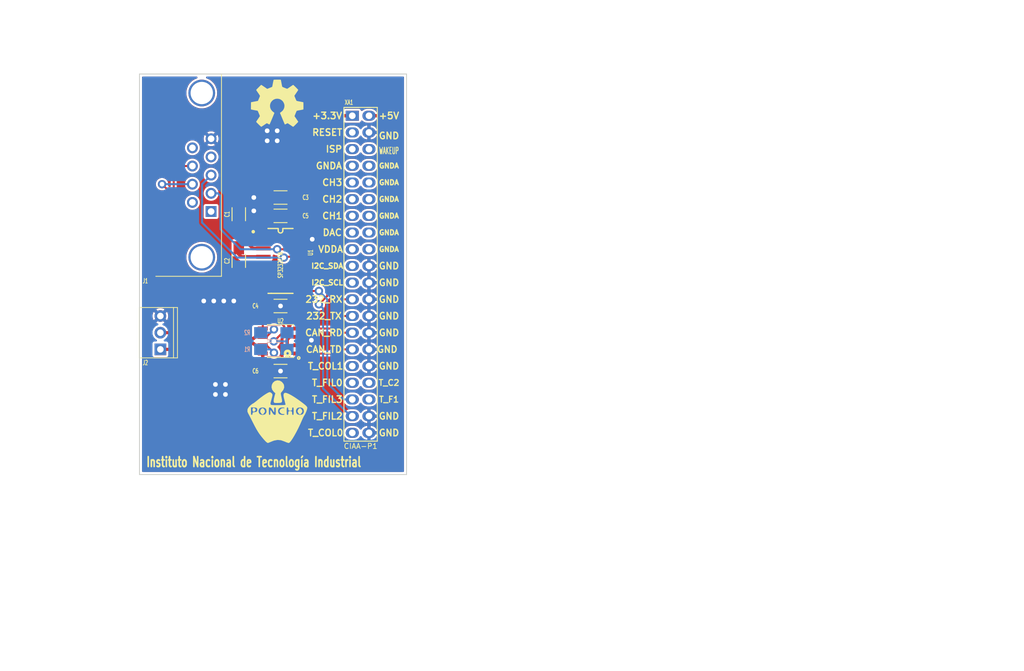
<source format=kicad_pcb>
(kicad_pcb (version 4) (host pcbnew "(2015-09-12 BZR 6188)-product")
  (title_block (title "Ejercicio 2 - Curso Kicad - Poncho RS232 y CAN") (date 2015-11-26) (rev 1.0) (company "Instituto Nacional de Tecnología Industrial") (comment 1 "Autores: D.Brengi, D. Alamon y N. Scotti    Licencia:doc/LICENCIA.txt"))
  (layers (0 F.Cu signal) (31 B.Cu signal) (34 B.Paste user) (35 F.Paste user) (36 B.SilkS user) (37 F.SilkS user) (38 B.Mask user) (39 F.Mask user) (44 Edge.Cuts user))
  (net 0 "")
  (net 1 GND)
  (net 2 +3.3V)
  (net 3 /Conector/RTS)
  (net 4 /Conector/CTS)
  (net 5 /Conector/RXD)
  (net 6 /Conector/TXD)
  (net 7 "Net-(C1-Pad1)")
  (net 8 "Net-(C1-Pad2)")
  (net 9 "Net-(C2-Pad1)")
  (net 10 "Net-(C2-Pad2)")
  (net 11 "Net-(C3-Pad2)")
  (net 12 "Net-(C4-Pad2)")
  (net 13 "Net-(J1-Pad2)")
  (net 14 "Net-(J1-Pad3)")
  (net 15 "Net-(J1-Pad7)")
  (net 16 "Net-(J1-Pad8)")
  (net 17 +5V)
  (net 18 /Conector/CAN_P)
  (net 19 /Conector/CAN_N)
  (net 20 "Net-(R1-Pad2)")
  (net 21 /Conector/CAN_RX)
  (net 22 /Conector/CAN_TX)
  (module ej2:Conn_Poncho_Derecha (layer F.Cu) (at 134.62 80.01)
    (fp_text reference XA1 (at -0.508 -2.032) (layer F.SilkS) (effects (font (size 0.7112 0.4572) (thickness 0.1143))))
    (fp_text value Conn_Poncho2P_2x_20x2 hide)
    (fp_text user GND (at 5.588 48.26) (layer F.SilkS) (effects (font (thickness 0.2))))
    (fp_text user GND (at 5.588 45.72) (layer F.SilkS) (effects (font (thickness 0.2))))
    (fp_text user T_F1 (at 5.588 43.18) (layer F.SilkS) (effects (font (size 0.9 0.9) (thickness 0.18))))
    (fp_text user T_C2 (at 5.588 40.64) (layer F.SilkS) (effects (font (size 0.9 0.9) (thickness 0.18))))
    (fp_text user GND (at 5.588 38.1) (layer F.SilkS) (effects (font (thickness 0.2))))
    (fp_text user GND (at 5.334 35.56) (layer F.SilkS) (effects (font (thickness 0.2))))
    (fp_text user GND (at 5.588 33.02) (layer F.SilkS) (effects (font (thickness 0.2))))
    (fp_text user GND (at 5.588 30.48) (layer F.SilkS) (effects (font (thickness 0.2))))
    (fp_text user GND (at 5.588 27.94) (layer F.SilkS) (effects (font (thickness 0.2))))
    (fp_text user GND (at 5.588 25.4) (layer F.SilkS) (effects (font (thickness 0.2))))
    (fp_text user GND (at 5.588 22.86) (layer F.SilkS) (effects (font (thickness 0.2))))
    (fp_text user GNDA (at 5.588 20.32) (layer F.SilkS) (effects (font (size 0.76 0.76) (thickness 0.19))))
    (fp_text user GNDA (at 5.588 17.78) (layer F.SilkS) (effects (font (size 0.76 0.76) (thickness 0.19))))
    (fp_text user GNDA (at 5.588 15.24) (layer F.SilkS) (effects (font (size 0.76 0.76) (thickness 0.19))))
    (fp_text user GNDA (at 5.588 12.7) (layer F.SilkS) (effects (font (size 0.76 0.76) (thickness 0.19))))
    (fp_text user GNDA (at 5.588 10.16) (layer F.SilkS) (effects (font (size 0.76 0.76) (thickness 0.19))))
    (fp_text user GNDA (at 5.588 7.62) (layer F.SilkS) (effects (font (size 0.76 0.76) (thickness 0.19))))
    (fp_text user WAKEUP (at 5.588 5.334) (layer F.SilkS) (effects (font (size 1 0.5) (thickness 0.125))))
    (fp_text user GND (at 5.588 3.048) (layer F.SilkS) (effects (font (thickness 0.2))))
    (fp_text user +5V (at 5.588 0) (layer F.SilkS) (effects (font (thickness 0.2))))
    (fp_text user T_COL0 (at -4.064 48.26) (layer F.SilkS) (effects (font (thickness 0.2))))
    (fp_text user T_FIL2 (at -3.81 45.72) (layer F.SilkS) (effects (font (thickness 0.2))))
    (fp_text user T_FIL3 (at -3.81 43.18) (layer F.SilkS) (effects (font (thickness 0.2))))
    (fp_text user T_FIL0 (at -3.81 40.64) (layer F.SilkS) (effects (font (thickness 0.2))))
    (fp_text user T_COL1 (at -4.064 38.1) (layer F.SilkS) (effects (font (thickness 0.2))))
    (fp_text user CAN_TD (at -4.318 35.56) (layer F.SilkS) (effects (font (thickness 0.2))))
    (fp_text user CAN_RD (at -4.318 33.02) (layer F.SilkS) (effects (font (thickness 0.2))))
    (fp_text user 232_TX (at -4.318 30.48) (layer F.SilkS) (effects (font (thickness 0.2))))
    (fp_text user 232_RX (at -4.318 27.94) (layer F.SilkS) (effects (font (thickness 0.2))))
    (fp_text user I2C_SCL (at -3.81 25.4) (layer F.SilkS) (effects (font (size 0.8 0.8) (thickness 0.2))))
    (fp_text user I2C_SDA (at -3.81 22.86) (layer F.SilkS) (effects (font (size 0.8 0.8) (thickness 0.2))))
    (fp_text user VDDA (at -3.302 20.32) (layer F.SilkS) (effects (font (thickness 0.2))))
    (fp_text user DAC (at -3.048 17.78) (layer F.SilkS) (effects (font (thickness 0.2))))
    (fp_text user CH1 (at -3.048 15.24) (layer F.SilkS) (effects (font (thickness 0.2))))
    (fp_text user CH2 (at -3.048 12.7) (layer F.SilkS) (effects (font (thickness 0.2))))
    (fp_text user CH3 (at -3.048 10.16) (layer F.SilkS) (effects (font (thickness 0.2))))
    (fp_text user GNDA (at -3.556 7.62) (layer F.SilkS) (effects (font (thickness 0.2))))
    (fp_text user ISP (at -2.794 5.08) (layer F.SilkS) (effects (font (thickness 0.2))))
    (fp_text user RESET (at -3.81 2.54) (layer F.SilkS) (effects (font (thickness 0.2))))
    (fp_text user CIAA-P1 (at 1.27 50.292) (layer F.SilkS) (effects (font (size 0.8 0.8) (thickness 0.12))))
    (fp_text user +3.3V (at -3.81 0) (layer F.SilkS) (effects (font (thickness 0.2))))
    (pad 1 thru_hole rect (at 0 0 270) (size 1.524 2) (drill 1.016) (layers *.Cu *.Mask) (net 2 +3.3V))
    (pad 2 thru_hole oval (at 2.54 0 270) (size 1.524 2) (drill 1.016) (layers *.Cu *.Mask) (net 17 +5V))
    (pad 11 thru_hole oval (at 0 12.7 270) (size 1.524 2) (drill 1.016) (layers *.Cu *.Mask))
    (pad 4 thru_hole oval (at 2.54 2.54 270) (size 1.524 2) (drill 1.016) (layers *.Cu *.Mask) (net 1 GND))
    (pad 13 thru_hole oval (at 0 15.24 270) (size 1.524 2) (drill 1.016) (layers *.Cu *.Mask))
    (pad 6 thru_hole oval (at 2.54 5.08 270) (size 1.524 2) (drill 1.016) (layers *.Cu *.Mask))
    (pad 15 thru_hole oval (at 0 17.78 270) (size 1.524 2) (drill 1.016) (layers *.Cu *.Mask))
    (pad 8 thru_hole oval (at 2.54 7.62 270) (size 1.524 2) (drill 1.016) (layers *.Cu *.Mask))
    (pad 17 thru_hole oval (at 0 20.32 270) (size 1.524 2) (drill 1.016) (layers *.Cu *.Mask))
    (pad 10 thru_hole oval (at 2.54 10.16 270) (size 1.524 2) (drill 1.016) (layers *.Cu *.Mask))
    (pad 19 thru_hole oval (at 0 22.86 270) (size 1.524 2) (drill 1.016) (layers *.Cu *.Mask))
    (pad 12 thru_hole oval (at 2.54 12.7 270) (size 1.524 2) (drill 1.016) (layers *.Cu *.Mask))
    (pad 21 thru_hole oval (at 0 25.4 270) (size 1.524 2) (drill 1.016) (layers *.Cu *.Mask))
    (pad 14 thru_hole oval (at 2.54 15.24 270) (size 1.524 2) (drill 1.016) (layers *.Cu *.Mask))
    (pad 23 thru_hole oval (at 0 27.94 270) (size 1.524 2) (drill 1.016) (layers *.Cu *.Mask) (net 6 /Conector/TXD))
    (pad 16 thru_hole oval (at 2.54 17.78 270) (size 1.524 2) (drill 1.016) (layers *.Cu *.Mask))
    (pad 25 thru_hole oval (at 0 30.48 270) (size 1.524 2) (drill 1.016) (layers *.Cu *.Mask) (net 5 /Conector/RXD))
    (pad 18 thru_hole oval (at 2.54 20.32 270) (size 1.524 2) (drill 1.016) (layers *.Cu *.Mask))
    (pad 27 thru_hole oval (at 0 33.02 270) (size 1.524 2) (drill 1.016) (layers *.Cu *.Mask) (net 21 /Conector/CAN_RX))
    (pad 20 thru_hole oval (at 2.54 22.86 270) (size 1.524 2) (drill 1.016) (layers *.Cu *.Mask) (net 1 GND))
    (pad 29 thru_hole oval (at 0 35.56 270) (size 1.524 2) (drill 1.016) (layers *.Cu *.Mask) (net 22 /Conector/CAN_TX))
    (pad 22 thru_hole oval (at 2.54 25.4 270) (size 1.524 2) (drill 1.016) (layers *.Cu *.Mask) (net 1 GND))
    (pad 31 thru_hole oval (at 0 38.1 270) (size 1.524 2) (drill 1.016) (layers *.Cu *.Mask))
    (pad 24 thru_hole oval (at 2.54 27.94 270) (size 1.524 2) (drill 1.016) (layers *.Cu *.Mask) (net 1 GND))
    (pad 26 thru_hole oval (at 2.54 30.48 270) (size 1.524 2) (drill 1.016) (layers *.Cu *.Mask) (net 1 GND))
    (pad 33 thru_hole oval (at 0 40.64 270) (size 1.524 2) (drill 1.016) (layers *.Cu *.Mask))
    (pad 28 thru_hole oval (at 2.54 33.02 270) (size 1.524 2) (drill 1.016) (layers *.Cu *.Mask) (net 1 GND))
    (pad 32 thru_hole oval (at 2.54 38.1 270) (size 1.524 2) (drill 1.016) (layers *.Cu *.Mask) (net 1 GND))
    (pad 34 thru_hole oval (at 2.54 40.64 270) (size 1.524 2) (drill 1.016) (layers *.Cu *.Mask))
    (pad 36 thru_hole oval (at 2.54 43.18 270) (size 1.524 2) (drill 1.016) (layers *.Cu *.Mask))
    (pad 38 thru_hole oval (at 2.54 45.72 270) (size 1.524 2) (drill 1.016) (layers *.Cu *.Mask) (net 1 GND))
    (pad 35 thru_hole oval (at 0 43.18 270) (size 1.524 2) (drill 1.016) (layers *.Cu *.Mask) (net 3 /Conector/RTS))
    (pad 37 thru_hole oval (at 0 45.72 270) (size 1.524 2) (drill 1.016) (layers *.Cu *.Mask) (net 4 /Conector/CTS))
    (pad 3 thru_hole oval (at 0 2.54 270) (size 1.524 2) (drill 1.016) (layers *.Cu *.Mask))
    (pad 5 thru_hole oval (at 0 5.08 270) (size 1.524 2) (drill 1.016) (layers *.Cu *.Mask))
    (pad 7 thru_hole oval (at 0 7.62 270) (size 1.524 2) (drill 1.016) (layers *.Cu *.Mask))
    (pad 9 thru_hole oval (at 0 10.16 270) (size 1.524 2) (drill 1.016) (layers *.Cu *.Mask))
    (pad 39 thru_hole oval (at 0 48.26 270) (size 1.524 2) (drill 1.016) (layers *.Cu *.Mask))
    (pad 40 thru_hole oval (at 2.54 48.26 270) (size 1.524 2) (drill 1.016) (layers *.Cu *.Mask) (net 1 GND))
    (pad 30 thru_hole oval (at 2.54 35.56 270) (size 1.524 2) (drill 1.016) (layers *.Cu *.Mask) (net 1 GND))
  )
  (module ej2:SP3232ECN-SOIC16N (layer F.Cu) (at 123.698 102.108 270)
    (fp_text reference U1 (at -1.27 -4.572 450) (layer F.SilkS) (effects (font (size 0.7112 0.4572) (thickness 0.1143))))
    (fp_text value SP3232ECN (at 0.635 0 270) (layer F.SilkS) (effects (font (size 0.7112 0.4572) (thickness 0.1143))))
    (pad 1 smd rect (at -4.445 2.59842 270) (size 0.59944 2.19964) (layers F.Cu F.Paste F.Mask) (net 7 "Net-(C1-Pad1)"))
    (pad 2 smd rect (at -3.175 2.59842 270) (size 0.59944 2.19964) (layers F.Cu F.Paste F.Mask) (net 11 "Net-(C3-Pad2)"))
    (pad 3 smd rect (at -1.905 2.59842 270) (size 0.59944 2.19964) (layers F.Cu F.Paste F.Mask) (net 8 "Net-(C1-Pad2)"))
    (pad 4 smd rect (at -0.635 2.59842 270) (size 0.59944 2.19964) (layers F.Cu F.Paste F.Mask) (net 9 "Net-(C2-Pad1)"))
    (pad 5 smd rect (at 0.635 2.59842 270) (size 0.59944 2.19964) (layers F.Cu F.Paste F.Mask) (net 10 "Net-(C2-Pad2)"))
    (pad 6 smd rect (at 1.905 2.59842 270) (size 0.59944 2.19964) (layers F.Cu F.Paste F.Mask) (net 12 "Net-(C4-Pad2)"))
    (pad 7 smd rect (at 3.175 2.59842 270) (size 0.59944 2.19964) (layers F.Cu F.Paste F.Mask) (net 16 "Net-(J1-Pad8)"))
    (pad 8 smd rect (at 4.445 2.59842 270) (size 0.59944 2.19964) (layers F.Cu F.Paste F.Mask) (net 15 "Net-(J1-Pad7)"))
    (pad 9 smd rect (at 4.445 -2.59842 270) (size 0.59944 2.19964) (layers F.Cu F.Paste F.Mask) (net 3 /Conector/RTS))
    (pad 10 smd rect (at 3.175 -2.59842 270) (size 0.59944 2.19964) (layers F.Cu F.Paste F.Mask) (net 4 /Conector/CTS))
    (pad 11 smd rect (at 1.905 -2.59842 270) (size 0.59944 2.19964) (layers F.Cu F.Paste F.Mask) (net 5 /Conector/RXD))
    (pad 12 smd rect (at 0.635 -2.59842 270) (size 0.59944 2.19964) (layers F.Cu F.Paste F.Mask) (net 6 /Conector/TXD))
    (pad 13 smd rect (at -0.635 -2.59842 270) (size 0.59944 2.19964) (layers F.Cu F.Paste F.Mask) (net 14 "Net-(J1-Pad3)"))
    (pad 14 smd rect (at -1.905 -2.59842 270) (size 0.59944 2.19964) (layers F.Cu F.Paste F.Mask) (net 13 "Net-(J1-Pad2)"))
    (pad 15 smd rect (at -3.175 -2.59842 270) (size 0.59944 2.19964) (layers F.Cu F.Paste F.Mask) (net 1 GND))
    (pad 16 smd rect (at -4.445 -2.59842 270) (size 0.59944 2.19964) (layers F.Cu F.Paste F.Mask) (net 2 +3.3V))
  )
  (module Capacitors_SMD:C_1206_HandSoldering (layer F.Cu) (at 117.348 94.996 270)
    (fp_text reference C1 (at 0 1.778 270) (layer F.SilkS) (effects (font (size 0.7112 0.4572) (thickness 0.1143))))
    (fp_text value 100nF hide)
    (pad 1 smd rect (at -2 0 270) (size 2 1.6) (layers F.Cu F.Paste F.Mask) (net 7 "Net-(C1-Pad1)"))
    (pad 2 smd rect (at 2 0 270) (size 2 1.6) (layers F.Cu F.Paste F.Mask) (net 8 "Net-(C1-Pad2)"))
  )
  (module Capacitors_SMD:C_1206_HandSoldering (layer F.Cu) (at 117.348 102.108 270)
    (fp_text reference C2 (at 0 1.778 270) (layer F.SilkS) (effects (font (size 0.7112 0.4572) (thickness 0.1143))))
    (fp_text value 100nF hide)
    (pad 1 smd rect (at -2 0 270) (size 2 1.6) (layers F.Cu F.Paste F.Mask) (net 9 "Net-(C2-Pad1)"))
    (pad 2 smd rect (at 2 0 270) (size 2 1.6) (layers F.Cu F.Paste F.Mask) (net 10 "Net-(C2-Pad2)"))
  )
  (module Capacitors_SMD:C_1206_HandSoldering (layer F.Cu) (at 123.698 92.456)
    (fp_text reference C3 (at 3.81 0) (layer F.SilkS) (effects (font (size 0.7112 0.4572) (thickness 0.1143))))
    (fp_text value 100nF hide)
    (pad 1 smd rect (at -2 0) (size 2 1.6) (layers F.Cu F.Paste F.Mask) (net 1 GND))
    (pad 2 smd rect (at 2 0) (size 2 1.6) (layers F.Cu F.Paste F.Mask) (net 11 "Net-(C3-Pad2)"))
  )
  (module Capacitors_SMD:C_1206_HandSoldering (layer F.Cu) (at 123.698 108.966 180)
    (fp_text reference C4 (at 3.81 0 180) (layer F.SilkS) (effects (font (size 0.7112 0.4572) (thickness 0.1143))))
    (fp_text value 100nF hide)
    (pad 1 smd rect (at -2 0 180) (size 2 1.6) (layers F.Cu F.Paste F.Mask) (net 1 GND))
    (pad 2 smd rect (at 2 0 180) (size 2 1.6) (layers F.Cu F.Paste F.Mask) (net 12 "Net-(C4-Pad2)"))
  )
  (module Capacitors_SMD:C_1206_HandSoldering (layer F.Cu) (at 123.698 95.25 180)
    (fp_text reference C5 (at -3.81 0 180) (layer F.SilkS) (effects (font (size 0.7112 0.4572) (thickness 0.1143))))
    (fp_text value 100nF hide)
    (pad 1 smd rect (at -2 0 180) (size 2 1.6) (layers F.Cu F.Paste F.Mask) (net 2 +3.3V))
    (pad 2 smd rect (at 2 0 180) (size 2 1.6) (layers F.Cu F.Paste F.Mask) (net 1 GND))
  )
  (module ej2:DB9_F_TH (layer F.Cu) (at 111.71 89.0468 90)
    (fp_text reference J1 (at -16.1092 -8.586 180) (layer F.SilkS) (effects (font (size 0.7112 0.4572) (thickness 0.1143))))
    (fp_text value DB9-F hide)
    (pad 1 thru_hole rect (at -5.5372 1.4224 90) (size 1.651 1.651) (drill 1.016) (layers *.Cu *.Mask))
    (pad 2 thru_hole circle (at -2.7686 1.4224 90) (size 1.651 1.651) (drill 1.016) (layers *.Cu *.Mask) (net 13 "Net-(J1-Pad2)"))
    (pad 3 thru_hole circle (at 0 1.4224 90) (size 1.651 1.651) (drill 1.016) (layers *.Cu *.Mask) (net 14 "Net-(J1-Pad3)"))
    (pad 4 thru_hole circle (at 2.7686 1.4224 90) (size 1.651 1.651) (drill 1.016) (layers *.Cu *.Mask))
    (pad 5 thru_hole circle (at 5.5372 1.4224 90) (size 1.651 1.651) (drill 1.016) (layers *.Cu *.Mask) (net 1 GND))
    (pad 6 thru_hole circle (at -4.1529 -1.4224 90) (size 1.651 1.651) (drill 1.016) (layers *.Cu *.Mask))
    (pad 7 thru_hole circle (at -1.3843 -1.4224 90) (size 1.651 1.651) (drill 1.016) (layers *.Cu *.Mask) (net 15 "Net-(J1-Pad7)"))
    (pad 8 thru_hole circle (at 1.3843 -1.4224 90) (size 1.651 1.651) (drill 1.016) (layers *.Cu *.Mask) (net 16 "Net-(J1-Pad8)"))
    (pad 9 thru_hole circle (at 4.1529 -1.4224 90) (size 1.651 1.651) (drill 1.016) (layers *.Cu *.Mask))
    (pad 10 thru_hole circle (at -12.4968 0 90) (size 4.064 4.064) (drill 3.4) (layers *.Cu *.Mask))
    (pad 11 thru_hole circle (at 12.4968 0 90) (size 4.064 4.064) (drill 3.4) (layers *.Cu *.Mask))
  )
  (module Capacitors_SMD:C_1206_HandSoldering (layer F.Cu) (at 123.698 118.872)
    (fp_text reference C6 (at -3.81 0) (layer F.SilkS) (effects (font (size 0.7112 0.4572) (thickness 0.1143))))
    (fp_text value 100nF hide)
    (pad 1 smd rect (at -2 0) (size 2 1.6) (layers F.Cu F.Paste F.Mask) (net 1 GND))
    (pad 2 smd rect (at 2 0) (size 2 1.6) (layers F.Cu F.Paste F.Mask) (net 17 +5V))
  )
  (module ej2:CON_PALETA_3 (layer F.Cu) (at 105.41 113.03 90)
    (fp_text reference J2 (at -4.572 -2.286 180) (layer F.SilkS) (effects (font (size 0.7112 0.4572) (thickness 0.1143))))
    (fp_text value CAN hide)
    (pad 1 thru_hole rect (at -2.54 0 90) (size 1.778 1.778) (drill 1) (layers *.Cu *.Mask) (net 18 /Conector/CAN_P))
    (pad 2 thru_hole circle (at 0 0 90) (size 1.778 1.778) (drill 1) (layers *.Cu *.Mask) (net 19 /Conector/CAN_N))
    (pad 3 thru_hole circle (at 2.54 0 90) (size 1.778 1.778) (drill 1) (layers *.Cu *.Mask) (net 1 GND))
  )
  (module Resistors_SMD:R_1206_HandSoldering (layer B.Cu) (at 122.682 115.57)
    (fp_text reference R1 (at -4.064 0) (layer B.SilkS) (effects (font (size 0.7112 0.4572) (thickness 0.1143)) (justify mirror)))
    (fp_text value 60)
    (pad 1 smd rect (at -2 0) (size 2 1.7) (layers B.Cu B.Paste B.Mask) (net 18 /Conector/CAN_P))
    (pad 2 smd rect (at 2 0) (size 2 1.7) (layers B.Cu B.Paste B.Mask) (net 20 "Net-(R1-Pad2)"))
  )
  (module Resistors_SMD:R_1206_HandSoldering (layer B.Cu) (at 122.682 113.03 180)
    (fp_text reference R2 (at 4.064 0 180) (layer B.SilkS) (effects (font (size 0.7112 0.4572) (thickness 0.1143)) (justify mirror)))
    (fp_text value 60)
    (pad 1 smd rect (at -2 0 180) (size 2 1.7) (layers B.Cu B.Paste B.Mask) (net 20 "Net-(R1-Pad2)"))
    (pad 2 smd rect (at 2 0 180) (size 2 1.7) (layers B.Cu B.Paste B.Mask) (net 19 /Conector/CAN_N))
  )
  (module ej2:SOIC-8 (layer F.Cu) (at 123.698 114.3 180)
    (fp_text reference U2 (at 0 3.048 180) (layer F.SilkS) (effects (font (size 0.7112 0.4572) (thickness 0.1143))))
    (fp_text value AMIS42665TJAA1RG hide)
    (pad 1 smd rect (at -2.7 -1.905 90) (size 0.6 1.52) (layers F.Cu F.Paste F.Mask) (net 22 /Conector/CAN_TX))
    (pad 2 smd rect (at -2.7 -0.635 90) (size 0.6 1.52) (layers F.Cu F.Paste F.Mask) (net 1 GND))
    (pad 3 smd rect (at -2.7 0.635 90) (size 0.6 1.52) (layers F.Cu F.Paste F.Mask) (net 17 +5V))
    (pad 4 smd rect (at -2.7 1.905 90) (size 0.6 1.52) (layers F.Cu F.Paste F.Mask) (net 21 /Conector/CAN_RX))
    (pad 5 smd rect (at 2.7 1.905 90) (size 0.6 1.52) (layers F.Cu F.Paste F.Mask) (net 20 "Net-(R1-Pad2)"))
    (pad 6 smd rect (at 2.7 0.635 90) (size 0.6 1.52) (layers F.Cu F.Paste F.Mask) (net 19 /Conector/CAN_N))
    (pad 7 smd rect (at 2.7 -0.635 90) (size 0.6 1.52) (layers F.Cu F.Paste F.Mask) (net 18 /Conector/CAN_P))
    (pad 8 smd rect (at 2.7 -1.905 90) (size 0.6 1.52) (layers F.Cu F.Paste F.Mask) (net 1 GND))
  )
  (module ej2:Logo_OSHWA (layer F.Cu) (at 123.19 78.105)
    (fp_text reference G101 hide)
    (fp_text value Logo_OSHWA hide)
  )
  (module ej2:Logo_Poncho (layer F.Cu) (at 123.19 125.095)
    (fp_text reference G*** hide)
    (fp_text value LOGO hide)
  )
  (gr_text "Instituto Nacional de Tecnología Industrial" (at 119.634 132.715) (layer F.SilkS) (effects (font (size 1.5 1) (thickness 0.25))))
  (gr_line (start 102.235 134.62) (end 102.235 73.66) (angle 90) (layer Edge.Cuts) (width 0.15))
  (gr_line (start 142.875 134.62) (end 102.235 134.62) (angle 90) (layer Edge.Cuts) (width 0.15))
  (gr_line (start 142.875 73.66) (end 142.875 134.62) (angle 90) (layer Edge.Cuts) (width 0.15))
  (gr_line (start 102.235 73.66) (end 142.875 73.66) (angle 90) (layer Edge.Cuts) (width 0.15))
  (segment (start 123.698 118.872) (end 123.698 120.396) (width 0.3048) (layer F.Cu) (net 1))
  (segment (start 123.698 120.396) (end 123.19 120.904) (width 0.3048) (layer F.Cu) (net 1))
  (segment (start 123.19 120.904) (end 115.316 120.904) (width 0.3048) (layer F.Cu) (net 1))
  (segment (start 113.538 108.204) (end 112.014 108.204) (width 0.3048) (layer F.Cu) (net 1))
  (via (at 112.014 108.204) (size 1.27) (drill 0.7112) (layers F.Cu B.Cu) (net 1))
  (segment (start 115.062 108.204) (end 113.538 108.204) (width 0.3048) (layer B.Cu) (net 1))
  (via (at 113.538 108.204) (size 1.27) (drill 0.7112) (layers F.Cu B.Cu) (net 1))
  (segment (start 116.586 108.204) (end 115.062 108.204) (width 0.3048) (layer F.Cu) (net 1))
  (via (at 115.062 108.204) (size 1.27) (drill 0.7112) (layers F.Cu B.Cu) (net 1))
  (segment (start 123.698 108.966) (end 117.348 108.966) (width 0.3048) (layer B.Cu) (net 1))
  (segment (start 117.348 108.966) (end 116.586 108.204) (width 0.3048) (layer B.Cu) (net 1))
  (via (at 116.586 108.204) (size 1.27) (drill 0.7112) (layers F.Cu B.Cu) (net 1))
  (segment (start 113.792 122.428) (end 115.316 122.428) (width 0.3048) (layer B.Cu) (net 1))
  (via (at 115.316 122.428) (size 1.27) (drill 0.7112) (layers F.Cu B.Cu) (net 1))
  (segment (start 113.792 120.904) (end 113.792 122.428) (width 0.3048) (layer F.Cu) (net 1))
  (via (at 113.792 122.428) (size 1.27) (drill 0.7112) (layers F.Cu B.Cu) (net 1))
  (segment (start 115.316 120.904) (end 113.792 120.904) (width 0.3048) (layer B.Cu) (net 1))
  (via (at 113.792 120.904) (size 1.27) (drill 0.7112) (layers F.Cu B.Cu) (net 1))
  (via (at 115.316 120.904) (size 1.27) (drill 0.7112) (layers F.Cu B.Cu) (net 1))
  (segment (start 123.19 82.296) (end 123.19 83.82) (width 0.3048) (layer B.Cu) (net 1))
  (via (at 123.19 83.82) (size 1.27) (drill 0.7112) (layers F.Cu B.Cu) (net 1))
  (segment (start 121.666 82.296) (end 123.19 82.296) (width 0.3048) (layer F.Cu) (net 1))
  (via (at 123.19 82.296) (size 1.27) (drill 0.7112) (layers F.Cu B.Cu) (net 1))
  (segment (start 121.666 83.82) (end 121.666 82.296) (width 0.3048) (layer B.Cu) (net 1))
  (via (at 121.666 82.296) (size 1.27) (drill 0.7112) (layers F.Cu B.Cu) (net 1))
  (segment (start 119.634 92.456) (end 119.634 85.852) (width 0.3048) (layer F.Cu) (net 1))
  (segment (start 119.634 85.852) (end 121.666 83.82) (width 0.3048) (layer F.Cu) (net 1))
  (via (at 121.666 83.82) (size 1.27) (drill 0.7112) (layers F.Cu B.Cu) (net 1))
  (segment (start 127.666 114.935) (end 128.396994 114.204006) (width 0.508) (layer F.Cu) (net 1))
  (via (at 128.396994 114.173) (size 1.27) (drill 0.7112) (layers F.Cu B.Cu) (net 1))
  (segment (start 126.398 114.935) (end 127.666 114.935) (width 0.508) (layer F.Cu) (net 1))
  (segment (start 128.396994 114.204006) (end 128.396994 114.173) (width 0.508) (layer F.Cu) (net 1))
  (segment (start 121.698 92.456) (end 119.634 92.456) (width 0.508) (layer F.Cu) (net 1))
  (via (at 119.634 92.456) (size 1.27) (drill 0.7112) (layers F.Cu B.Cu) (net 1))
  (segment (start 121.698 95.25) (end 120.396 95.25) (width 0.508) (layer F.Cu) (net 1))
  (segment (start 120.396 95.25) (end 119.634 94.488) (width 0.508) (layer F.Cu) (net 1))
  (via (at 119.634 94.488) (size 1.27) (drill 0.7112) (layers F.Cu B.Cu) (net 1))
  (segment (start 121.698 118.872) (end 123.698 118.872) (width 0.508) (layer F.Cu) (net 1))
  (via (at 123.698 118.872) (size 1.27) (drill 0.7112) (layers F.Cu B.Cu) (net 1))
  (segment (start 120.998 116.205) (end 120.998 117.013) (width 0.508) (layer F.Cu) (net 1))
  (segment (start 120.998 117.013) (end 121.698 117.713) (width 0.508) (layer F.Cu) (net 1))
  (segment (start 121.698 117.713) (end 121.698 118.872) (width 0.508) (layer F.Cu) (net 1))
  (segment (start 126.29642 98.933) (end 128.397 98.933) (width 0.508) (layer F.Cu) (net 1))
  (segment (start 128.397 98.933) (end 128.524 98.806) (width 0.508) (layer F.Cu) (net 1))
  (via (at 128.524 98.806) (size 1.27) (drill 0.7112) (layers F.Cu B.Cu) (net 1))
  (segment (start 125.698 108.966) (end 123.698 108.966) (width 0.508) (layer F.Cu) (net 1))
  (via (at 123.698 108.966) (size 1.27) (drill 0.7112) (layers F.Cu B.Cu) (net 1))
  (segment (start 127.635 97.663) (end 126.29642 97.663) (width 0.508) (layer F.Cu) (net 2))
  (segment (start 128.27 95.168066) (end 128.27 97.028) (width 0.508) (layer F.Cu) (net 2))
  (segment (start 128.27 97.028) (end 127.635 97.663) (width 0.508) (layer F.Cu) (net 2))
  (segment (start 128.27 83.82) (end 128.27 95.168066) (width 0.508) (layer F.Cu) (net 2))
  (segment (start 128.188066 95.25) (end 128.27 95.168066) (width 0.508) (layer F.Cu) (net 2))
  (segment (start 125.698 95.25) (end 128.188066 95.25) (width 0.508) (layer F.Cu) (net 2))
  (segment (start 134.62 80.01) (end 132.08 80.01) (width 0.508) (layer F.Cu) (net 2))
  (segment (start 132.08 80.01) (end 128.27 83.82) (width 0.508) (layer F.Cu) (net 2))
  (via (at 129.54 106.68) (size 1.27) (drill 0.7112) (layers F.Cu B.Cu) (net 3))
  (segment (start 128.27 106.68) (end 128.143 106.553) (width 0.3048) (layer F.Cu) (net 3))
  (segment (start 128.143 106.553) (end 126.29642 106.553) (width 0.3048) (layer F.Cu) (net 3))
  (segment (start 130.81 120.6848) (end 130.81 107.95) (width 0.3048) (layer B.Cu) (net 3))
  (segment (start 130.81 107.95) (end 129.54 106.68) (width 0.3048) (layer B.Cu) (net 3))
  (segment (start 129.54 106.68) (end 128.27 106.68) (width 0.3048) (layer F.Cu) (net 3))
  (segment (start 134.62 123.19) (end 133.3152 123.19) (width 0.3048) (layer B.Cu) (net 3))
  (segment (start 133.3152 123.19) (end 130.81 120.6848) (width 0.3048) (layer B.Cu) (net 3))
  (segment (start 130.174999 109.347005) (end 129.54 108.712006) (width 0.3048) (layer B.Cu) (net 4))
  (segment (start 130.174999 121.522999) (end 130.174999 109.347005) (width 0.3048) (layer B.Cu) (net 4))
  (segment (start 134.382 125.73) (end 130.174999 121.522999) (width 0.3048) (layer B.Cu) (net 4))
  (segment (start 134.62 125.73) (end 134.382 125.73) (width 0.3048) (layer B.Cu) (net 4))
  (via (at 129.54 108.712006) (size 1.27) (drill 0.7112) (layers F.Cu B.Cu) (net 4))
  (segment (start 130.81 106.172) (end 130.81 107.442006) (width 0.3048) (layer F.Cu) (net 4))
  (segment (start 130.81 107.442006) (end 130.174999 108.077007) (width 0.3048) (layer F.Cu) (net 4))
  (segment (start 129.921 105.283) (end 130.81 106.172) (width 0.3048) (layer F.Cu) (net 4))
  (segment (start 126.29642 105.283) (end 129.921 105.283) (width 0.3048) (layer F.Cu) (net 4))
  (segment (start 130.174999 108.077007) (end 129.54 108.712006) (width 0.3048) (layer F.Cu) (net 4))
  (segment (start 126.29642 104.013) (end 130.175 104.013) (width 0.3048) (layer F.Cu) (net 5))
  (segment (start 130.175 104.013) (end 131.826 105.664) (width 0.3048) (layer F.Cu) (net 5))
  (segment (start 131.826 105.664) (end 131.826 109.474) (width 0.3048) (layer F.Cu) (net 5))
  (segment (start 131.826 109.474) (end 132.842 110.49) (width 0.3048) (layer F.Cu) (net 5))
  (segment (start 132.842 110.49) (end 134.62 110.49) (width 0.3048) (layer F.Cu) (net 5))
  (segment (start 126.29642 102.743) (end 130.683 102.743) (width 0.3048) (layer F.Cu) (net 6))
  (segment (start 130.683 102.743) (end 132.842 104.902) (width 0.3048) (layer F.Cu) (net 6))
  (segment (start 132.842 104.902) (end 132.842 107.4768) (width 0.3048) (layer F.Cu) (net 6))
  (segment (start 132.842 107.4768) (end 133.3152 107.95) (width 0.3048) (layer F.Cu) (net 6))
  (segment (start 133.3152 107.95) (end 134.62 107.95) (width 0.3048) (layer F.Cu) (net 6))
  (segment (start 117.348 92.996) (end 117.348 94.141432) (width 0.508) (layer F.Cu) (net 7))
  (segment (start 117.348 94.141432) (end 119.38 96.173432) (width 0.508) (layer F.Cu) (net 7))
  (segment (start 119.38 96.173432) (end 119.38 96.774) (width 0.508) (layer F.Cu) (net 7))
  (segment (start 120.269 97.663) (end 121.09958 97.663) (width 0.508) (layer F.Cu) (net 7))
  (segment (start 119.38 96.774) (end 120.269 97.663) (width 0.508) (layer F.Cu) (net 7))
  (segment (start 117.348 96.996) (end 118.078 96.996) (width 0.508) (layer F.Cu) (net 8))
  (segment (start 118.82119 99.53243) (end 119.49176 100.203) (width 0.508) (layer F.Cu) (net 8))
  (segment (start 118.078 96.996) (end 118.82119 97.73919) (width 0.508) (layer F.Cu) (net 8))
  (segment (start 118.82119 97.73919) (end 118.82119 99.53243) (width 0.508) (layer F.Cu) (net 8))
  (segment (start 119.49176 100.203) (end 121.09958 100.203) (width 0.508) (layer F.Cu) (net 8))
  (segment (start 121.09958 101.473) (end 117.729 101.473) (width 0.508) (layer F.Cu) (net 9))
  (segment (start 117.729 101.473) (end 117.348 101.092) (width 0.508) (layer F.Cu) (net 9))
  (segment (start 117.348 101.092) (end 117.348 100.108) (width 0.508) (layer F.Cu) (net 9))
  (segment (start 121.09958 102.743) (end 117.729 102.743) (width 0.508) (layer F.Cu) (net 10))
  (segment (start 117.729 102.743) (end 117.348 103.124) (width 0.508) (layer F.Cu) (net 10))
  (segment (start 117.348 103.124) (end 117.348 104.108) (width 0.508) (layer F.Cu) (net 10))
  (segment (start 122.7074 98.933) (end 121.09958 98.933) (width 0.508) (layer F.Cu) (net 11))
  (segment (start 124.46 92.456) (end 123.698 93.218) (width 0.508) (layer F.Cu) (net 11))
  (segment (start 123.698 97.9424) (end 122.7074 98.933) (width 0.508) (layer F.Cu) (net 11))
  (segment (start 125.698 92.456) (end 124.46 92.456) (width 0.508) (layer F.Cu) (net 11))
  (segment (start 123.698 93.218) (end 123.698 97.9424) (width 0.508) (layer F.Cu) (net 11))
  (segment (start 121.698 108.966) (end 121.698 107.918) (width 0.508) (layer F.Cu) (net 12))
  (segment (start 121.698 107.918) (end 122.047 107.569) (width 0.508) (layer F.Cu) (net 12))
  (segment (start 122.047 107.569) (end 122.809 107.569) (width 0.508) (layer F.Cu) (net 12))
  (segment (start 122.809 107.569) (end 123.19 107.188) (width 0.508) (layer F.Cu) (net 12))
  (segment (start 122.7074 104.013) (end 121.09958 104.013) (width 0.508) (layer F.Cu) (net 12))
  (segment (start 123.19 107.188) (end 123.19 104.4956) (width 0.508) (layer F.Cu) (net 12))
  (segment (start 123.19 104.4956) (end 122.7074 104.013) (width 0.508) (layer F.Cu) (net 12))
  (segment (start 123.19 100.33) (end 117.602 100.33) (width 0.3048) (layer B.Cu) (net 13))
  (segment (start 117.602 100.33) (end 114.554 97.282) (width 0.3048) (layer B.Cu) (net 13))
  (segment (start 114.554 97.282) (end 114.554 92.202) (width 0.3048) (layer B.Cu) (net 13))
  (segment (start 114.554 92.202) (end 114.1674 91.8154) (width 0.3048) (layer B.Cu) (net 13))
  (segment (start 114.1674 91.8154) (end 113.1324 91.8154) (width 0.3048) (layer B.Cu) (net 13))
  (segment (start 123.19 100.33) (end 124.206 100.33) (width 0.3048) (layer F.Cu) (net 13))
  (segment (start 124.206 100.33) (end 124.333 100.203) (width 0.3048) (layer F.Cu) (net 13))
  (segment (start 124.333 100.203) (end 126.29642 100.203) (width 0.3048) (layer F.Cu) (net 13))
  (via (at 123.19 100.33) (size 1.27) (drill 0.7112) (layers F.Cu B.Cu) (net 13))
  (segment (start 113.1324 89.0468) (end 111.76 90.4192) (width 0.3048) (layer B.Cu) (net 14))
  (segment (start 123.307975 101.6) (end 124.206 101.6) (width 0.3048) (layer B.Cu) (net 14))
  (segment (start 111.76 90.4192) (end 111.76 96.266) (width 0.3048) (layer B.Cu) (net 14))
  (segment (start 111.76 96.266) (end 117.094 101.6) (width 0.3048) (layer B.Cu) (net 14))
  (segment (start 117.094 101.6) (end 123.307975 101.6) (width 0.3048) (layer B.Cu) (net 14))
  (segment (start 124.333 101.473) (end 124.206 101.6) (width 0.3048) (layer F.Cu) (net 14))
  (segment (start 126.29642 101.473) (end 124.333 101.473) (width 0.3048) (layer F.Cu) (net 14))
  (via (at 124.206 101.6) (size 1.27) (drill 0.7112) (layers F.Cu B.Cu) (net 14))
  (segment (start 105.664 90.424) (end 110.2805 90.424) (width 0.3048) (layer B.Cu) (net 15))
  (segment (start 110.2805 90.424) (end 110.2876 90.4311) (width 0.3048) (layer B.Cu) (net 15))
  (segment (start 106.426 102.362) (end 106.426 91.186) (width 0.3048) (layer F.Cu) (net 15))
  (segment (start 106.426 91.186) (end 105.664 90.424) (width 0.3048) (layer F.Cu) (net 15))
  (via (at 105.664 90.424) (size 1.27) (drill 0.7112) (layers F.Cu B.Cu) (net 15))
  (segment (start 110.998 106.934) (end 106.426 102.362) (width 0.3048) (layer F.Cu) (net 15))
  (segment (start 119.31396 106.934) (end 110.998 106.934) (width 0.3048) (layer F.Cu) (net 15))
  (segment (start 121.09958 106.553) (end 119.69496 106.553) (width 0.3048) (layer F.Cu) (net 15))
  (segment (start 119.69496 106.553) (end 119.31396 106.934) (width 0.3048) (layer F.Cu) (net 15))
  (segment (start 110.2876 87.6625) (end 108.9335 87.6625) (width 0.3048) (layer F.Cu) (net 16))
  (segment (start 108.9335 87.6625) (end 107.442 89.154) (width 0.3048) (layer F.Cu) (net 16))
  (segment (start 107.442 89.154) (end 107.442 101.854) (width 0.3048) (layer F.Cu) (net 16))
  (segment (start 107.442 101.854) (end 111.506 105.918) (width 0.3048) (layer F.Cu) (net 16))
  (segment (start 111.506 105.918) (end 118.364 105.918) (width 0.3048) (layer F.Cu) (net 16))
  (segment (start 118.364 105.918) (end 118.999 105.283) (width 0.3048) (layer F.Cu) (net 16))
  (segment (start 118.999 105.283) (end 121.09958 105.283) (width 0.3048) (layer F.Cu) (net 16))
  (segment (start 125.698 118.872) (end 125.698 125.952) (width 0.508) (layer F.Cu) (net 17))
  (segment (start 125.698 125.952) (end 129.794 130.048) (width 0.508) (layer F.Cu) (net 17))
  (segment (start 139.446 128.765718) (end 139.446 80.788) (width 0.508) (layer F.Cu) (net 17))
  (segment (start 129.794 130.048) (end 138.163718 130.048) (width 0.508) (layer F.Cu) (net 17))
  (segment (start 138.163718 130.048) (end 139.446 128.765718) (width 0.508) (layer F.Cu) (net 17))
  (segment (start 139.446 80.788) (end 138.668 80.01) (width 0.508) (layer F.Cu) (net 17))
  (segment (start 138.668 80.01) (end 137.16 80.01) (width 0.508) (layer F.Cu) (net 17))
  (segment (start 124.714 114.081) (end 124.714 116.58) (width 0.508) (layer F.Cu) (net 17))
  (segment (start 124.714 116.58) (end 125.698 117.564) (width 0.508) (layer F.Cu) (net 17))
  (segment (start 125.698 117.564) (end 125.698 118.872) (width 0.508) (layer F.Cu) (net 17))
  (segment (start 126.398 113.665) (end 125.13 113.665) (width 0.508) (layer F.Cu) (net 17))
  (segment (start 125.13 113.665) (end 124.714 114.081) (width 0.508) (layer F.Cu) (net 17))
  (segment (start 119.858 114.935) (end 120.998 114.935) (width 0.4826) (layer F.Cu) (net 18))
  (segment (start 105.41 115.57) (end 106.7435 115.57) (width 0.4826) (layer F.Cu) (net 18))
  (segment (start 113.214918 117.597315) (end 113.483125 117.428789) (width 0.4826) (layer F.Cu) (net 18))
  (segment (start 110.299218 114.6937) (end 110.458075 114.711598) (width 0.4826) (layer F.Cu) (net 18))
  (segment (start 115.372819 112.054151) (end 115.425619 112.205043) (width 0.4826) (layer F.Cu) (net 18))
  (segment (start 113.483125 117.428789) (end 113.707107 117.204807) (width 0.4826) (layer F.Cu) (net 18))
  (segment (start 111.321728 117.204807) (end 111.54571 117.428789) (width 0.4826) (layer F.Cu) (net 18))
  (segment (start 106.7435 115.57) (end 107.6198 114.6937) (width 0.4826) (layer F.Cu) (net 18))
  (segment (start 115.97611 114.38509) (end 116.244317 114.553616) (width 0.4826) (layer F.Cu) (net 18))
  (segment (start 116.244317 114.553616) (end 116.5433 114.658235) (width 0.4826) (layer F.Cu) (net 18))
  (segment (start 111.013118 116.32285) (end 111.048583 116.637617) (width 0.4826) (layer F.Cu) (net 18))
  (segment (start 110.942419 115.09785) (end 110.995219 115.248742) (width 0.4826) (layer F.Cu) (net 18))
  (segment (start 111.153202 116.9366) (end 111.321728 117.204807) (width 0.4826) (layer F.Cu) (net 18))
  (segment (start 107.6198 114.6937) (end 110.299218 114.6937) (width 0.4826) (layer F.Cu) (net 18))
  (segment (start 110.458075 114.711598) (end 110.608967 114.764398) (width 0.4826) (layer F.Cu) (net 18))
  (segment (start 111.813917 117.597315) (end 112.1129 117.701934) (width 0.4826) (layer F.Cu) (net 18))
  (segment (start 110.608967 114.764398) (end 110.744327 114.84945) (width 0.4826) (layer F.Cu) (net 18))
  (segment (start 110.995219 115.248742) (end 111.013118 115.4076) (width 0.4826) (layer F.Cu) (net 18))
  (segment (start 110.744327 114.84945) (end 110.857367 114.96249) (width 0.4826) (layer F.Cu) (net 18))
  (segment (start 112.601168 117.7374) (end 112.915935 117.701934) (width 0.4826) (layer F.Cu) (net 18))
  (segment (start 115.287767 111.918791) (end 115.372819 112.054151) (width 0.4826) (layer F.Cu) (net 18))
  (segment (start 110.857367 114.96249) (end 110.942419 115.09785) (width 0.4826) (layer F.Cu) (net 18))
  (segment (start 112.915935 117.701934) (end 113.214918 117.597315) (width 0.4826) (layer F.Cu) (net 18))
  (segment (start 111.013118 115.4076) (end 111.013118 116.32285) (width 0.4826) (layer F.Cu) (net 18))
  (segment (start 111.048583 116.637617) (end 111.153202 116.9366) (width 0.4826) (layer F.Cu) (net 18))
  (segment (start 114.729618 111.65) (end 114.888475 111.667899) (width 0.4826) (layer F.Cu) (net 18))
  (segment (start 111.54571 117.428789) (end 111.813917 117.597315) (width 0.4826) (layer F.Cu) (net 18))
  (segment (start 114.015718 112.3639) (end 114.033616 112.205043) (width 0.4826) (layer F.Cu) (net 18))
  (segment (start 114.284508 111.805751) (end 114.419868 111.720699) (width 0.4826) (layer F.Cu) (net 18))
  (segment (start 115.174727 111.805751) (end 115.287767 111.918791) (width 0.4826) (layer F.Cu) (net 18))
  (segment (start 112.1129 117.701934) (end 112.427667 117.7374) (width 0.4826) (layer F.Cu) (net 18))
  (segment (start 112.427667 117.7374) (end 112.601168 117.7374) (width 0.4826) (layer F.Cu) (net 18))
  (segment (start 113.707107 117.204807) (end 113.875633 116.9366) (width 0.4826) (layer F.Cu) (net 18))
  (segment (start 115.583602 113.892901) (end 115.752128 114.161108) (width 0.4826) (layer F.Cu) (net 18))
  (segment (start 114.033616 112.205043) (end 114.086416 112.054151) (width 0.4826) (layer F.Cu) (net 18))
  (segment (start 113.875633 116.9366) (end 113.980252 116.637617) (width 0.4826) (layer F.Cu) (net 18))
  (segment (start 113.980252 116.637617) (end 114.015718 116.32285) (width 0.4826) (layer F.Cu) (net 18))
  (segment (start 116.5433 114.658235) (end 116.858067 114.6937) (width 0.4826) (layer F.Cu) (net 18))
  (segment (start 115.478983 113.593918) (end 115.583602 113.892901) (width 0.4826) (layer F.Cu) (net 18))
  (segment (start 114.015718 116.32285) (end 114.015718 112.3639) (width 0.4826) (layer F.Cu) (net 18))
  (segment (start 114.888475 111.667899) (end 115.039367 111.720699) (width 0.4826) (layer F.Cu) (net 18))
  (segment (start 114.086416 112.054151) (end 114.171468 111.918791) (width 0.4826) (layer F.Cu) (net 18))
  (segment (start 114.171468 111.918791) (end 114.284508 111.805751) (width 0.4826) (layer F.Cu) (net 18))
  (segment (start 114.419868 111.720699) (end 114.57076 111.667899) (width 0.4826) (layer F.Cu) (net 18))
  (segment (start 114.57076 111.667899) (end 114.729618 111.65) (width 0.4826) (layer F.Cu) (net 18))
  (segment (start 115.039367 111.720699) (end 115.174727 111.805751) (width 0.4826) (layer F.Cu) (net 18))
  (segment (start 115.425619 112.205043) (end 115.443518 112.3639) (width 0.4826) (layer F.Cu) (net 18))
  (segment (start 116.858067 114.6937) (end 119.6167 114.6937) (width 0.4826) (layer F.Cu) (net 18))
  (segment (start 115.443518 112.3639) (end 115.443518 113.279151) (width 0.4826) (layer F.Cu) (net 18))
  (segment (start 115.443518 113.279151) (end 115.478983 113.593918) (width 0.4826) (layer F.Cu) (net 18))
  (segment (start 119.6167 114.6937) (end 119.858 114.935) (width 0.4826) (layer F.Cu) (net 18))
  (segment (start 115.752128 114.161108) (end 115.97611 114.38509) (width 0.4826) (layer F.Cu) (net 18))
  (segment (start 120.998 114.935) (end 121.554876 114.935) (width 0.3048) (layer F.Cu) (net 18))
  (segment (start 121.554876 114.935) (end 122.697876 116.078) (width 0.3048) (layer F.Cu) (net 18))
  (segment (start 122.189876 115.57) (end 122.697876 116.078) (width 0.3048) (layer B.Cu) (net 18))
  (segment (start 120.682 115.57) (end 122.189876 115.57) (width 0.3048) (layer B.Cu) (net 18))
  (segment (start 122.681992 116.078) (end 122.697876 116.078) (width 0.3048) (layer F.Cu) (net 18))
  (via (at 122.697876 116.078) (size 1.27) (drill 0.7112) (layers F.Cu B.Cu) (net 18))
  (segment (start 111.267925 114.21491) (end 111.491907 114.438892) (width 0.4826) (layer F.Cu) (net 19))
  (segment (start 111.818416 116.394957) (end 111.871216 116.545849) (width 0.4826) (layer F.Cu) (net 19))
  (segment (start 113.157619 116.545849) (end 113.210419 116.394957) (width 0.4826) (layer F.Cu) (net 19))
  (segment (start 113.210419 116.394957) (end 113.228318 116.2361) (width 0.4826) (layer F.Cu) (net 19))
  (segment (start 105.41 113.03) (end 106.7435 113.03) (width 0.4826) (layer F.Cu) (net 19))
  (segment (start 115.430118 111.002685) (end 115.698325 111.171211) (width 0.4826) (layer F.Cu) (net 19))
  (segment (start 116.248816 113.351258) (end 116.301616 113.50215) (width 0.4826) (layer F.Cu) (net 19))
  (segment (start 112.514418 116.95) (end 112.673275 116.932101) (width 0.4826) (layer F.Cu) (net 19))
  (segment (start 114.029117 111.002685) (end 114.3281 110.898066) (width 0.4826) (layer F.Cu) (net 19))
  (segment (start 119.6167 113.9063) (end 119.858 113.665) (width 0.4826) (layer F.Cu) (net 19))
  (segment (start 116.635068 113.835602) (end 116.78596 113.888402) (width 0.4826) (layer F.Cu) (net 19))
  (segment (start 111.800518 115.320849) (end 111.800518 116.2361) (width 0.4826) (layer F.Cu) (net 19))
  (segment (start 113.368402 111.6634) (end 113.536928 111.395193) (width 0.4826) (layer F.Cu) (net 19))
  (segment (start 111.956268 116.681209) (end 112.069308 116.794249) (width 0.4826) (layer F.Cu) (net 19))
  (segment (start 111.491907 114.438892) (end 111.660433 114.707099) (width 0.4826) (layer F.Cu) (net 19))
  (segment (start 110.700735 113.941765) (end 110.999718 114.046384) (width 0.4826) (layer F.Cu) (net 19))
  (segment (start 106.7435 113.03) (end 107.6198 113.9063) (width 0.4826) (layer F.Cu) (net 19))
  (segment (start 113.072567 116.681209) (end 113.157619 116.545849) (width 0.4826) (layer F.Cu) (net 19))
  (segment (start 113.76091 111.171211) (end 114.029117 111.002685) (width 0.4826) (layer F.Cu) (net 19))
  (segment (start 112.204668 116.879301) (end 112.35556 116.932101) (width 0.4826) (layer F.Cu) (net 19))
  (segment (start 112.673275 116.932101) (end 112.824167 116.879301) (width 0.4826) (layer F.Cu) (net 19))
  (segment (start 116.78596 113.888402) (end 116.944818 113.9063) (width 0.4826) (layer F.Cu) (net 19))
  (segment (start 107.6198 113.9063) (end 110.385968 113.9063) (width 0.4826) (layer F.Cu) (net 19))
  (segment (start 116.386668 113.63751) (end 116.499708 113.75055) (width 0.4826) (layer F.Cu) (net 19))
  (segment (start 111.660433 114.707099) (end 111.765052 115.006082) (width 0.4826) (layer F.Cu) (net 19))
  (segment (start 110.385968 113.9063) (end 110.700735 113.941765) (width 0.4826) (layer F.Cu) (net 19))
  (segment (start 110.999718 114.046384) (end 111.267925 114.21491) (width 0.4826) (layer F.Cu) (net 19))
  (segment (start 111.765052 115.006082) (end 111.800518 115.320849) (width 0.4826) (layer F.Cu) (net 19))
  (segment (start 113.228318 112.27715) (end 113.263783 111.962383) (width 0.4826) (layer F.Cu) (net 19))
  (segment (start 116.301616 113.50215) (end 116.386668 113.63751) (width 0.4826) (layer F.Cu) (net 19))
  (segment (start 111.800518 116.2361) (end 111.818416 116.394957) (width 0.4826) (layer F.Cu) (net 19))
  (segment (start 111.871216 116.545849) (end 111.956268 116.681209) (width 0.4826) (layer F.Cu) (net 19))
  (segment (start 112.069308 116.794249) (end 112.204668 116.879301) (width 0.4826) (layer F.Cu) (net 19))
  (segment (start 113.263783 111.962383) (end 113.368402 111.6634) (width 0.4826) (layer F.Cu) (net 19))
  (segment (start 112.35556 116.932101) (end 112.514418 116.95) (width 0.4826) (layer F.Cu) (net 19))
  (segment (start 116.195452 111.962383) (end 116.230918 112.27715) (width 0.4826) (layer F.Cu) (net 19))
  (segment (start 112.824167 116.879301) (end 112.959527 116.794249) (width 0.4826) (layer F.Cu) (net 19))
  (segment (start 112.959527 116.794249) (end 113.072567 116.681209) (width 0.4826) (layer F.Cu) (net 19))
  (segment (start 113.228318 116.2361) (end 113.228318 112.27715) (width 0.4826) (layer F.Cu) (net 19))
  (segment (start 113.536928 111.395193) (end 113.76091 111.171211) (width 0.4826) (layer F.Cu) (net 19))
  (segment (start 114.3281 110.898066) (end 114.642867 110.8626) (width 0.4826) (layer F.Cu) (net 19))
  (segment (start 114.642867 110.8626) (end 114.816368 110.8626) (width 0.4826) (layer F.Cu) (net 19))
  (segment (start 114.816368 110.8626) (end 115.131135 110.898066) (width 0.4826) (layer F.Cu) (net 19))
  (segment (start 115.131135 110.898066) (end 115.430118 111.002685) (width 0.4826) (layer F.Cu) (net 19))
  (segment (start 115.698325 111.171211) (end 115.922307 111.395193) (width 0.4826) (layer F.Cu) (net 19))
  (segment (start 115.922307 111.395193) (end 116.090833 111.6634) (width 0.4826) (layer F.Cu) (net 19))
  (segment (start 116.090833 111.6634) (end 116.195452 111.962383) (width 0.4826) (layer F.Cu) (net 19))
  (segment (start 116.230918 112.27715) (end 116.230918 113.1924) (width 0.4826) (layer F.Cu) (net 19))
  (segment (start 116.230918 113.1924) (end 116.248816 113.351258) (width 0.4826) (layer F.Cu) (net 19))
  (segment (start 116.499708 113.75055) (end 116.635068 113.835602) (width 0.4826) (layer F.Cu) (net 19))
  (segment (start 116.944818 113.9063) (end 119.6167 113.9063) (width 0.4826) (layer F.Cu) (net 19))
  (segment (start 119.858 113.665) (end 120.998 113.665) (width 0.4826) (layer F.Cu) (net 19))
  (segment (start 122.697828 112.522) (end 121.554828 113.665) (width 0.3048) (layer F.Cu) (net 19))
  (segment (start 121.554828 113.665) (end 120.998 113.665) (width 0.3048) (layer F.Cu) (net 19))
  (segment (start 122.189828 113.03) (end 122.697828 112.522) (width 0.3048) (layer B.Cu) (net 19))
  (segment (start 120.682 113.03) (end 122.189828 113.03) (width 0.3048) (layer B.Cu) (net 19))
  (via (at 122.697828 112.522) (size 1.27) (drill 0.7112) (layers F.Cu B.Cu) (net 19))
  (segment (start 123.316583 113.716824) (end 122.681584 114.351823) (width 0.3048) (layer F.Cu) (net 20))
  (segment (start 124.265477 112.76793) (end 123.316583 113.716824) (width 0.3048) (layer F.Cu) (net 20))
  (segment (start 124.265477 112.073477) (end 124.265477 112.76793) (width 0.3048) (layer F.Cu) (net 20))
  (segment (start 123.621798 111.429798) (end 124.265477 112.073477) (width 0.3048) (layer F.Cu) (net 20))
  (segment (start 120.998 111.7902) (end 121.358402 111.429798) (width 0.3048) (layer F.Cu) (net 20))
  (segment (start 120.998 112.395) (end 120.998 111.7902) (width 0.3048) (layer F.Cu) (net 20))
  (segment (start 121.358402 111.429798) (end 123.621798 111.429798) (width 0.3048) (layer F.Cu) (net 20))
  (segment (start 124.682 113.03) (end 124.682 114.307636) (width 0.3048) (layer B.Cu) (net 20))
  (segment (start 124.682 114.307636) (end 124.682 115.57) (width 0.3048) (layer B.Cu) (net 20))
  (segment (start 122.681584 114.351823) (end 124.637813 114.351823) (width 0.3048) (layer B.Cu) (net 20))
  (segment (start 124.637813 114.351823) (end 124.682 114.307636) (width 0.3048) (layer B.Cu) (net 20))
  (via (at 122.681584 114.351823) (size 1.27) (drill 0.7112) (layers F.Cu B.Cu) (net 20))
  (segment (start 126.398 112.395) (end 131.318 112.395) (width 0.3048) (layer F.Cu) (net 21))
  (segment (start 131.318 112.395) (end 131.953 113.03) (width 0.3048) (layer F.Cu) (net 21))
  (segment (start 131.953 113.03) (end 134.62 113.03) (width 0.3048) (layer F.Cu) (net 21))
  (segment (start 126.398 116.205) (end 131.318 116.205) (width 0.3048) (layer F.Cu) (net 22))
  (segment (start 131.318 116.205) (end 131.953 115.57) (width 0.3048) (layer F.Cu) (net 22))
  (segment (start 131.953 115.57) (end 134.62 115.57) (width 0.3048) (layer F.Cu) (net 22))
  (zone (net 1) (net_name GND) (layer B.Cu) (connect_pads (clearance 0.3048)) (min_thickness 0.3048) (fill yes (arc_segments 16) (thermal_gap 0.3048) (thermal_bridge_width 0.508))
    (polygon (pts (xy 102.235 73.66) (xy 142.875 73.66) (xy 142.875 134.62) (xy 102.235 134.62)))
  )
  (zone (net 1) (net_name GND) (layer F.Cu) (connect_pads (clearance 0.3048)) (min_thickness 0.3048) (fill yes (arc_segments 32) (thermal_gap 0.3048) (thermal_bridge_width 0.508))
    (polygon (pts (xy 142.875 134.62) (xy 102.235 134.62) (xy 102.235 73.66) (xy 142.875 73.66) (xy 142.875 134.62)))
    (polygon (pts (xy 109.22 109.22) (xy 106.68 111.76) (xy 104.14 111.76) (xy 104.14 116.713) (xy 106.68 116.713) (xy 109.601 119.634) (xy 117.094 119.634) (xy 120.142 116.586) (xy 120.142 111.76) (xy 117.602 109.22)))
  )
)
</source>
